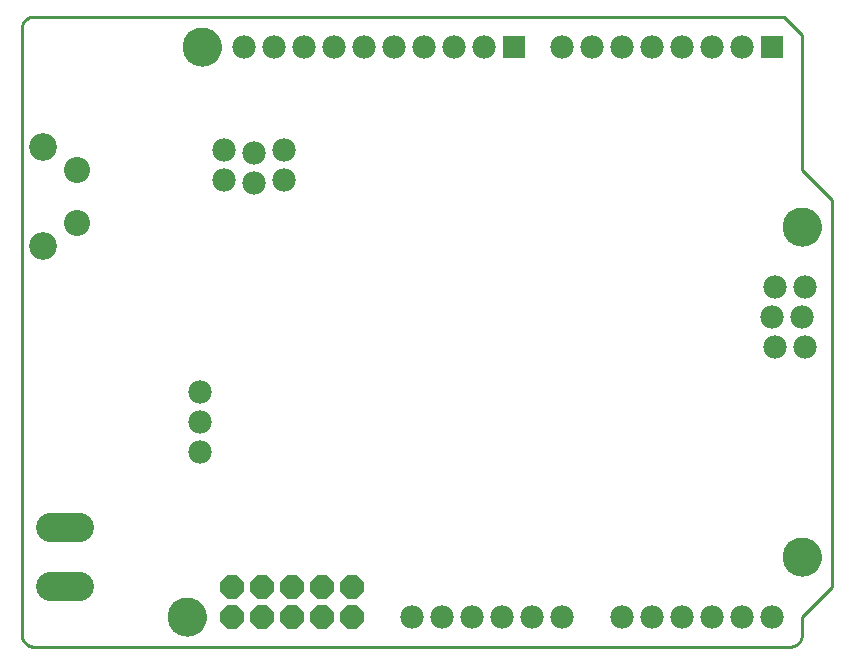
<source format=gbs>
G75*
%MOIN*%
%OFA0B0*%
%FSLAX25Y25*%
%IPPOS*%
%LPD*%
%AMOC8*
5,1,8,0,0,1.08239X$1,22.5*
%
%ADD10C,0.01000*%
%ADD11C,0.00000*%
%ADD12C,0.12998*%
%ADD13C,0.07800*%
%ADD14R,0.07800X0.07800*%
%ADD15C,0.08697*%
%ADD16C,0.09258*%
%ADD17C,0.03746*%
%ADD18OC8,0.07800*%
%ADD19C,0.09770*%
D10*
X0024473Y0009437D02*
X0024473Y0211563D01*
X0024475Y0211687D01*
X0024481Y0211810D01*
X0024490Y0211934D01*
X0024504Y0212056D01*
X0024521Y0212179D01*
X0024543Y0212301D01*
X0024568Y0212422D01*
X0024597Y0212542D01*
X0024629Y0212661D01*
X0024666Y0212780D01*
X0024706Y0212897D01*
X0024749Y0213012D01*
X0024797Y0213127D01*
X0024848Y0213239D01*
X0024902Y0213350D01*
X0024960Y0213460D01*
X0025021Y0213567D01*
X0025086Y0213673D01*
X0025154Y0213776D01*
X0025225Y0213877D01*
X0025299Y0213976D01*
X0025376Y0214073D01*
X0025457Y0214167D01*
X0025540Y0214258D01*
X0025626Y0214347D01*
X0025715Y0214433D01*
X0025806Y0214516D01*
X0025900Y0214597D01*
X0025997Y0214674D01*
X0026096Y0214748D01*
X0026197Y0214819D01*
X0026300Y0214887D01*
X0026406Y0214952D01*
X0026513Y0215013D01*
X0026623Y0215071D01*
X0026734Y0215125D01*
X0026846Y0215176D01*
X0026961Y0215224D01*
X0027076Y0215267D01*
X0027193Y0215307D01*
X0027312Y0215344D01*
X0027431Y0215376D01*
X0027551Y0215405D01*
X0027672Y0215430D01*
X0027794Y0215452D01*
X0027917Y0215469D01*
X0028039Y0215483D01*
X0028163Y0215492D01*
X0028286Y0215498D01*
X0028410Y0215500D01*
X0278473Y0215500D01*
X0284473Y0209500D01*
X0284473Y0164500D01*
X0294473Y0154500D01*
X0294473Y0025500D01*
X0284473Y0015500D01*
X0284473Y0009437D01*
X0284471Y0009313D01*
X0284465Y0009190D01*
X0284456Y0009066D01*
X0284442Y0008944D01*
X0284425Y0008821D01*
X0284403Y0008699D01*
X0284378Y0008578D01*
X0284349Y0008458D01*
X0284317Y0008339D01*
X0284280Y0008220D01*
X0284240Y0008103D01*
X0284197Y0007988D01*
X0284149Y0007873D01*
X0284098Y0007761D01*
X0284044Y0007650D01*
X0283986Y0007540D01*
X0283925Y0007433D01*
X0283860Y0007327D01*
X0283792Y0007224D01*
X0283721Y0007123D01*
X0283647Y0007024D01*
X0283570Y0006927D01*
X0283489Y0006833D01*
X0283406Y0006742D01*
X0283320Y0006653D01*
X0283231Y0006567D01*
X0283140Y0006484D01*
X0283046Y0006403D01*
X0282949Y0006326D01*
X0282850Y0006252D01*
X0282749Y0006181D01*
X0282646Y0006113D01*
X0282540Y0006048D01*
X0282433Y0005987D01*
X0282323Y0005929D01*
X0282212Y0005875D01*
X0282100Y0005824D01*
X0281985Y0005776D01*
X0281870Y0005733D01*
X0281753Y0005693D01*
X0281634Y0005656D01*
X0281515Y0005624D01*
X0281395Y0005595D01*
X0281274Y0005570D01*
X0281152Y0005548D01*
X0281029Y0005531D01*
X0280907Y0005517D01*
X0280783Y0005508D01*
X0280660Y0005502D01*
X0280536Y0005500D01*
X0028410Y0005500D01*
X0028286Y0005502D01*
X0028163Y0005508D01*
X0028039Y0005517D01*
X0027917Y0005531D01*
X0027794Y0005548D01*
X0027672Y0005570D01*
X0027551Y0005595D01*
X0027431Y0005624D01*
X0027312Y0005656D01*
X0027193Y0005693D01*
X0027076Y0005733D01*
X0026961Y0005776D01*
X0026846Y0005824D01*
X0026734Y0005875D01*
X0026623Y0005929D01*
X0026513Y0005987D01*
X0026406Y0006048D01*
X0026300Y0006113D01*
X0026197Y0006181D01*
X0026096Y0006252D01*
X0025997Y0006326D01*
X0025900Y0006403D01*
X0025806Y0006484D01*
X0025715Y0006567D01*
X0025626Y0006653D01*
X0025540Y0006742D01*
X0025457Y0006833D01*
X0025376Y0006927D01*
X0025299Y0007024D01*
X0025225Y0007123D01*
X0025154Y0007224D01*
X0025086Y0007327D01*
X0025021Y0007433D01*
X0024960Y0007540D01*
X0024902Y0007650D01*
X0024848Y0007761D01*
X0024797Y0007873D01*
X0024749Y0007988D01*
X0024706Y0008103D01*
X0024666Y0008220D01*
X0024629Y0008339D01*
X0024597Y0008458D01*
X0024568Y0008578D01*
X0024543Y0008699D01*
X0024521Y0008821D01*
X0024504Y0008944D01*
X0024490Y0009066D01*
X0024481Y0009190D01*
X0024475Y0009313D01*
X0024473Y0009437D01*
D11*
X0073174Y0015500D02*
X0073176Y0015658D01*
X0073182Y0015816D01*
X0073192Y0015974D01*
X0073206Y0016132D01*
X0073224Y0016289D01*
X0073245Y0016446D01*
X0073271Y0016602D01*
X0073301Y0016758D01*
X0073334Y0016913D01*
X0073372Y0017066D01*
X0073413Y0017219D01*
X0073458Y0017371D01*
X0073507Y0017522D01*
X0073560Y0017671D01*
X0073616Y0017819D01*
X0073676Y0017965D01*
X0073740Y0018110D01*
X0073808Y0018253D01*
X0073879Y0018395D01*
X0073953Y0018535D01*
X0074031Y0018672D01*
X0074113Y0018808D01*
X0074197Y0018942D01*
X0074286Y0019073D01*
X0074377Y0019202D01*
X0074472Y0019329D01*
X0074569Y0019454D01*
X0074670Y0019576D01*
X0074774Y0019695D01*
X0074881Y0019812D01*
X0074991Y0019926D01*
X0075104Y0020037D01*
X0075219Y0020146D01*
X0075337Y0020251D01*
X0075458Y0020353D01*
X0075581Y0020453D01*
X0075707Y0020549D01*
X0075835Y0020642D01*
X0075965Y0020732D01*
X0076098Y0020818D01*
X0076233Y0020902D01*
X0076369Y0020981D01*
X0076508Y0021058D01*
X0076649Y0021130D01*
X0076791Y0021200D01*
X0076935Y0021265D01*
X0077081Y0021327D01*
X0077228Y0021385D01*
X0077377Y0021440D01*
X0077527Y0021491D01*
X0077678Y0021538D01*
X0077830Y0021581D01*
X0077983Y0021620D01*
X0078138Y0021656D01*
X0078293Y0021687D01*
X0078449Y0021715D01*
X0078605Y0021739D01*
X0078762Y0021759D01*
X0078920Y0021775D01*
X0079077Y0021787D01*
X0079236Y0021795D01*
X0079394Y0021799D01*
X0079552Y0021799D01*
X0079710Y0021795D01*
X0079869Y0021787D01*
X0080026Y0021775D01*
X0080184Y0021759D01*
X0080341Y0021739D01*
X0080497Y0021715D01*
X0080653Y0021687D01*
X0080808Y0021656D01*
X0080963Y0021620D01*
X0081116Y0021581D01*
X0081268Y0021538D01*
X0081419Y0021491D01*
X0081569Y0021440D01*
X0081718Y0021385D01*
X0081865Y0021327D01*
X0082011Y0021265D01*
X0082155Y0021200D01*
X0082297Y0021130D01*
X0082438Y0021058D01*
X0082577Y0020981D01*
X0082713Y0020902D01*
X0082848Y0020818D01*
X0082981Y0020732D01*
X0083111Y0020642D01*
X0083239Y0020549D01*
X0083365Y0020453D01*
X0083488Y0020353D01*
X0083609Y0020251D01*
X0083727Y0020146D01*
X0083842Y0020037D01*
X0083955Y0019926D01*
X0084065Y0019812D01*
X0084172Y0019695D01*
X0084276Y0019576D01*
X0084377Y0019454D01*
X0084474Y0019329D01*
X0084569Y0019202D01*
X0084660Y0019073D01*
X0084749Y0018942D01*
X0084833Y0018808D01*
X0084915Y0018672D01*
X0084993Y0018535D01*
X0085067Y0018395D01*
X0085138Y0018253D01*
X0085206Y0018110D01*
X0085270Y0017965D01*
X0085330Y0017819D01*
X0085386Y0017671D01*
X0085439Y0017522D01*
X0085488Y0017371D01*
X0085533Y0017219D01*
X0085574Y0017066D01*
X0085612Y0016913D01*
X0085645Y0016758D01*
X0085675Y0016602D01*
X0085701Y0016446D01*
X0085722Y0016289D01*
X0085740Y0016132D01*
X0085754Y0015974D01*
X0085764Y0015816D01*
X0085770Y0015658D01*
X0085772Y0015500D01*
X0085770Y0015342D01*
X0085764Y0015184D01*
X0085754Y0015026D01*
X0085740Y0014868D01*
X0085722Y0014711D01*
X0085701Y0014554D01*
X0085675Y0014398D01*
X0085645Y0014242D01*
X0085612Y0014087D01*
X0085574Y0013934D01*
X0085533Y0013781D01*
X0085488Y0013629D01*
X0085439Y0013478D01*
X0085386Y0013329D01*
X0085330Y0013181D01*
X0085270Y0013035D01*
X0085206Y0012890D01*
X0085138Y0012747D01*
X0085067Y0012605D01*
X0084993Y0012465D01*
X0084915Y0012328D01*
X0084833Y0012192D01*
X0084749Y0012058D01*
X0084660Y0011927D01*
X0084569Y0011798D01*
X0084474Y0011671D01*
X0084377Y0011546D01*
X0084276Y0011424D01*
X0084172Y0011305D01*
X0084065Y0011188D01*
X0083955Y0011074D01*
X0083842Y0010963D01*
X0083727Y0010854D01*
X0083609Y0010749D01*
X0083488Y0010647D01*
X0083365Y0010547D01*
X0083239Y0010451D01*
X0083111Y0010358D01*
X0082981Y0010268D01*
X0082848Y0010182D01*
X0082713Y0010098D01*
X0082577Y0010019D01*
X0082438Y0009942D01*
X0082297Y0009870D01*
X0082155Y0009800D01*
X0082011Y0009735D01*
X0081865Y0009673D01*
X0081718Y0009615D01*
X0081569Y0009560D01*
X0081419Y0009509D01*
X0081268Y0009462D01*
X0081116Y0009419D01*
X0080963Y0009380D01*
X0080808Y0009344D01*
X0080653Y0009313D01*
X0080497Y0009285D01*
X0080341Y0009261D01*
X0080184Y0009241D01*
X0080026Y0009225D01*
X0079869Y0009213D01*
X0079710Y0009205D01*
X0079552Y0009201D01*
X0079394Y0009201D01*
X0079236Y0009205D01*
X0079077Y0009213D01*
X0078920Y0009225D01*
X0078762Y0009241D01*
X0078605Y0009261D01*
X0078449Y0009285D01*
X0078293Y0009313D01*
X0078138Y0009344D01*
X0077983Y0009380D01*
X0077830Y0009419D01*
X0077678Y0009462D01*
X0077527Y0009509D01*
X0077377Y0009560D01*
X0077228Y0009615D01*
X0077081Y0009673D01*
X0076935Y0009735D01*
X0076791Y0009800D01*
X0076649Y0009870D01*
X0076508Y0009942D01*
X0076369Y0010019D01*
X0076233Y0010098D01*
X0076098Y0010182D01*
X0075965Y0010268D01*
X0075835Y0010358D01*
X0075707Y0010451D01*
X0075581Y0010547D01*
X0075458Y0010647D01*
X0075337Y0010749D01*
X0075219Y0010854D01*
X0075104Y0010963D01*
X0074991Y0011074D01*
X0074881Y0011188D01*
X0074774Y0011305D01*
X0074670Y0011424D01*
X0074569Y0011546D01*
X0074472Y0011671D01*
X0074377Y0011798D01*
X0074286Y0011927D01*
X0074197Y0012058D01*
X0074113Y0012192D01*
X0074031Y0012328D01*
X0073953Y0012465D01*
X0073879Y0012605D01*
X0073808Y0012747D01*
X0073740Y0012890D01*
X0073676Y0013035D01*
X0073616Y0013181D01*
X0073560Y0013329D01*
X0073507Y0013478D01*
X0073458Y0013629D01*
X0073413Y0013781D01*
X0073372Y0013934D01*
X0073334Y0014087D01*
X0073301Y0014242D01*
X0073271Y0014398D01*
X0073245Y0014554D01*
X0073224Y0014711D01*
X0073206Y0014868D01*
X0073192Y0015026D01*
X0073182Y0015184D01*
X0073176Y0015342D01*
X0073174Y0015500D01*
X0041218Y0146740D02*
X0041220Y0146821D01*
X0041226Y0146903D01*
X0041236Y0146984D01*
X0041250Y0147064D01*
X0041267Y0147143D01*
X0041289Y0147222D01*
X0041314Y0147299D01*
X0041343Y0147376D01*
X0041376Y0147450D01*
X0041413Y0147523D01*
X0041452Y0147594D01*
X0041496Y0147663D01*
X0041542Y0147730D01*
X0041592Y0147794D01*
X0041645Y0147856D01*
X0041701Y0147916D01*
X0041759Y0147972D01*
X0041821Y0148026D01*
X0041885Y0148077D01*
X0041951Y0148124D01*
X0042019Y0148168D01*
X0042090Y0148209D01*
X0042162Y0148246D01*
X0042237Y0148280D01*
X0042312Y0148310D01*
X0042390Y0148336D01*
X0042468Y0148359D01*
X0042547Y0148377D01*
X0042627Y0148392D01*
X0042708Y0148403D01*
X0042789Y0148410D01*
X0042871Y0148413D01*
X0042952Y0148412D01*
X0043033Y0148407D01*
X0043114Y0148398D01*
X0043195Y0148385D01*
X0043275Y0148368D01*
X0043353Y0148348D01*
X0043431Y0148323D01*
X0043508Y0148295D01*
X0043583Y0148263D01*
X0043656Y0148228D01*
X0043727Y0148189D01*
X0043797Y0148146D01*
X0043864Y0148101D01*
X0043930Y0148052D01*
X0043992Y0148000D01*
X0044052Y0147944D01*
X0044109Y0147886D01*
X0044164Y0147826D01*
X0044215Y0147762D01*
X0044263Y0147697D01*
X0044308Y0147629D01*
X0044350Y0147559D01*
X0044388Y0147487D01*
X0044423Y0147413D01*
X0044454Y0147338D01*
X0044481Y0147261D01*
X0044504Y0147183D01*
X0044524Y0147104D01*
X0044540Y0147024D01*
X0044552Y0146943D01*
X0044560Y0146862D01*
X0044564Y0146781D01*
X0044564Y0146699D01*
X0044560Y0146618D01*
X0044552Y0146537D01*
X0044540Y0146456D01*
X0044524Y0146376D01*
X0044504Y0146297D01*
X0044481Y0146219D01*
X0044454Y0146142D01*
X0044423Y0146067D01*
X0044388Y0145993D01*
X0044350Y0145921D01*
X0044308Y0145851D01*
X0044263Y0145783D01*
X0044215Y0145718D01*
X0044164Y0145654D01*
X0044109Y0145594D01*
X0044052Y0145536D01*
X0043992Y0145480D01*
X0043930Y0145428D01*
X0043864Y0145379D01*
X0043797Y0145334D01*
X0043728Y0145291D01*
X0043656Y0145252D01*
X0043583Y0145217D01*
X0043508Y0145185D01*
X0043431Y0145157D01*
X0043353Y0145132D01*
X0043275Y0145112D01*
X0043195Y0145095D01*
X0043114Y0145082D01*
X0043033Y0145073D01*
X0042952Y0145068D01*
X0042871Y0145067D01*
X0042789Y0145070D01*
X0042708Y0145077D01*
X0042627Y0145088D01*
X0042547Y0145103D01*
X0042468Y0145121D01*
X0042390Y0145144D01*
X0042312Y0145170D01*
X0042237Y0145200D01*
X0042162Y0145234D01*
X0042090Y0145271D01*
X0042019Y0145312D01*
X0041951Y0145356D01*
X0041885Y0145403D01*
X0041821Y0145454D01*
X0041759Y0145508D01*
X0041701Y0145564D01*
X0041645Y0145624D01*
X0041592Y0145686D01*
X0041542Y0145750D01*
X0041496Y0145817D01*
X0041452Y0145886D01*
X0041413Y0145957D01*
X0041376Y0146030D01*
X0041343Y0146104D01*
X0041314Y0146181D01*
X0041289Y0146258D01*
X0041267Y0146337D01*
X0041250Y0146416D01*
X0041236Y0146496D01*
X0041226Y0146577D01*
X0041220Y0146659D01*
X0041218Y0146740D01*
X0041218Y0164260D02*
X0041220Y0164341D01*
X0041226Y0164423D01*
X0041236Y0164504D01*
X0041250Y0164584D01*
X0041267Y0164663D01*
X0041289Y0164742D01*
X0041314Y0164819D01*
X0041343Y0164896D01*
X0041376Y0164970D01*
X0041413Y0165043D01*
X0041452Y0165114D01*
X0041496Y0165183D01*
X0041542Y0165250D01*
X0041592Y0165314D01*
X0041645Y0165376D01*
X0041701Y0165436D01*
X0041759Y0165492D01*
X0041821Y0165546D01*
X0041885Y0165597D01*
X0041951Y0165644D01*
X0042019Y0165688D01*
X0042090Y0165729D01*
X0042162Y0165766D01*
X0042237Y0165800D01*
X0042312Y0165830D01*
X0042390Y0165856D01*
X0042468Y0165879D01*
X0042547Y0165897D01*
X0042627Y0165912D01*
X0042708Y0165923D01*
X0042789Y0165930D01*
X0042871Y0165933D01*
X0042952Y0165932D01*
X0043033Y0165927D01*
X0043114Y0165918D01*
X0043195Y0165905D01*
X0043275Y0165888D01*
X0043353Y0165868D01*
X0043431Y0165843D01*
X0043508Y0165815D01*
X0043583Y0165783D01*
X0043656Y0165748D01*
X0043727Y0165709D01*
X0043797Y0165666D01*
X0043864Y0165621D01*
X0043930Y0165572D01*
X0043992Y0165520D01*
X0044052Y0165464D01*
X0044109Y0165406D01*
X0044164Y0165346D01*
X0044215Y0165282D01*
X0044263Y0165217D01*
X0044308Y0165149D01*
X0044350Y0165079D01*
X0044388Y0165007D01*
X0044423Y0164933D01*
X0044454Y0164858D01*
X0044481Y0164781D01*
X0044504Y0164703D01*
X0044524Y0164624D01*
X0044540Y0164544D01*
X0044552Y0164463D01*
X0044560Y0164382D01*
X0044564Y0164301D01*
X0044564Y0164219D01*
X0044560Y0164138D01*
X0044552Y0164057D01*
X0044540Y0163976D01*
X0044524Y0163896D01*
X0044504Y0163817D01*
X0044481Y0163739D01*
X0044454Y0163662D01*
X0044423Y0163587D01*
X0044388Y0163513D01*
X0044350Y0163441D01*
X0044308Y0163371D01*
X0044263Y0163303D01*
X0044215Y0163238D01*
X0044164Y0163174D01*
X0044109Y0163114D01*
X0044052Y0163056D01*
X0043992Y0163000D01*
X0043930Y0162948D01*
X0043864Y0162899D01*
X0043797Y0162854D01*
X0043728Y0162811D01*
X0043656Y0162772D01*
X0043583Y0162737D01*
X0043508Y0162705D01*
X0043431Y0162677D01*
X0043353Y0162652D01*
X0043275Y0162632D01*
X0043195Y0162615D01*
X0043114Y0162602D01*
X0043033Y0162593D01*
X0042952Y0162588D01*
X0042871Y0162587D01*
X0042789Y0162590D01*
X0042708Y0162597D01*
X0042627Y0162608D01*
X0042547Y0162623D01*
X0042468Y0162641D01*
X0042390Y0162664D01*
X0042312Y0162690D01*
X0042237Y0162720D01*
X0042162Y0162754D01*
X0042090Y0162791D01*
X0042019Y0162832D01*
X0041951Y0162876D01*
X0041885Y0162923D01*
X0041821Y0162974D01*
X0041759Y0163028D01*
X0041701Y0163084D01*
X0041645Y0163144D01*
X0041592Y0163206D01*
X0041542Y0163270D01*
X0041496Y0163337D01*
X0041452Y0163406D01*
X0041413Y0163477D01*
X0041376Y0163550D01*
X0041343Y0163624D01*
X0041314Y0163701D01*
X0041289Y0163778D01*
X0041267Y0163857D01*
X0041250Y0163936D01*
X0041236Y0164016D01*
X0041226Y0164097D01*
X0041220Y0164179D01*
X0041218Y0164260D01*
X0078174Y0205500D02*
X0078176Y0205658D01*
X0078182Y0205816D01*
X0078192Y0205974D01*
X0078206Y0206132D01*
X0078224Y0206289D01*
X0078245Y0206446D01*
X0078271Y0206602D01*
X0078301Y0206758D01*
X0078334Y0206913D01*
X0078372Y0207066D01*
X0078413Y0207219D01*
X0078458Y0207371D01*
X0078507Y0207522D01*
X0078560Y0207671D01*
X0078616Y0207819D01*
X0078676Y0207965D01*
X0078740Y0208110D01*
X0078808Y0208253D01*
X0078879Y0208395D01*
X0078953Y0208535D01*
X0079031Y0208672D01*
X0079113Y0208808D01*
X0079197Y0208942D01*
X0079286Y0209073D01*
X0079377Y0209202D01*
X0079472Y0209329D01*
X0079569Y0209454D01*
X0079670Y0209576D01*
X0079774Y0209695D01*
X0079881Y0209812D01*
X0079991Y0209926D01*
X0080104Y0210037D01*
X0080219Y0210146D01*
X0080337Y0210251D01*
X0080458Y0210353D01*
X0080581Y0210453D01*
X0080707Y0210549D01*
X0080835Y0210642D01*
X0080965Y0210732D01*
X0081098Y0210818D01*
X0081233Y0210902D01*
X0081369Y0210981D01*
X0081508Y0211058D01*
X0081649Y0211130D01*
X0081791Y0211200D01*
X0081935Y0211265D01*
X0082081Y0211327D01*
X0082228Y0211385D01*
X0082377Y0211440D01*
X0082527Y0211491D01*
X0082678Y0211538D01*
X0082830Y0211581D01*
X0082983Y0211620D01*
X0083138Y0211656D01*
X0083293Y0211687D01*
X0083449Y0211715D01*
X0083605Y0211739D01*
X0083762Y0211759D01*
X0083920Y0211775D01*
X0084077Y0211787D01*
X0084236Y0211795D01*
X0084394Y0211799D01*
X0084552Y0211799D01*
X0084710Y0211795D01*
X0084869Y0211787D01*
X0085026Y0211775D01*
X0085184Y0211759D01*
X0085341Y0211739D01*
X0085497Y0211715D01*
X0085653Y0211687D01*
X0085808Y0211656D01*
X0085963Y0211620D01*
X0086116Y0211581D01*
X0086268Y0211538D01*
X0086419Y0211491D01*
X0086569Y0211440D01*
X0086718Y0211385D01*
X0086865Y0211327D01*
X0087011Y0211265D01*
X0087155Y0211200D01*
X0087297Y0211130D01*
X0087438Y0211058D01*
X0087577Y0210981D01*
X0087713Y0210902D01*
X0087848Y0210818D01*
X0087981Y0210732D01*
X0088111Y0210642D01*
X0088239Y0210549D01*
X0088365Y0210453D01*
X0088488Y0210353D01*
X0088609Y0210251D01*
X0088727Y0210146D01*
X0088842Y0210037D01*
X0088955Y0209926D01*
X0089065Y0209812D01*
X0089172Y0209695D01*
X0089276Y0209576D01*
X0089377Y0209454D01*
X0089474Y0209329D01*
X0089569Y0209202D01*
X0089660Y0209073D01*
X0089749Y0208942D01*
X0089833Y0208808D01*
X0089915Y0208672D01*
X0089993Y0208535D01*
X0090067Y0208395D01*
X0090138Y0208253D01*
X0090206Y0208110D01*
X0090270Y0207965D01*
X0090330Y0207819D01*
X0090386Y0207671D01*
X0090439Y0207522D01*
X0090488Y0207371D01*
X0090533Y0207219D01*
X0090574Y0207066D01*
X0090612Y0206913D01*
X0090645Y0206758D01*
X0090675Y0206602D01*
X0090701Y0206446D01*
X0090722Y0206289D01*
X0090740Y0206132D01*
X0090754Y0205974D01*
X0090764Y0205816D01*
X0090770Y0205658D01*
X0090772Y0205500D01*
X0090770Y0205342D01*
X0090764Y0205184D01*
X0090754Y0205026D01*
X0090740Y0204868D01*
X0090722Y0204711D01*
X0090701Y0204554D01*
X0090675Y0204398D01*
X0090645Y0204242D01*
X0090612Y0204087D01*
X0090574Y0203934D01*
X0090533Y0203781D01*
X0090488Y0203629D01*
X0090439Y0203478D01*
X0090386Y0203329D01*
X0090330Y0203181D01*
X0090270Y0203035D01*
X0090206Y0202890D01*
X0090138Y0202747D01*
X0090067Y0202605D01*
X0089993Y0202465D01*
X0089915Y0202328D01*
X0089833Y0202192D01*
X0089749Y0202058D01*
X0089660Y0201927D01*
X0089569Y0201798D01*
X0089474Y0201671D01*
X0089377Y0201546D01*
X0089276Y0201424D01*
X0089172Y0201305D01*
X0089065Y0201188D01*
X0088955Y0201074D01*
X0088842Y0200963D01*
X0088727Y0200854D01*
X0088609Y0200749D01*
X0088488Y0200647D01*
X0088365Y0200547D01*
X0088239Y0200451D01*
X0088111Y0200358D01*
X0087981Y0200268D01*
X0087848Y0200182D01*
X0087713Y0200098D01*
X0087577Y0200019D01*
X0087438Y0199942D01*
X0087297Y0199870D01*
X0087155Y0199800D01*
X0087011Y0199735D01*
X0086865Y0199673D01*
X0086718Y0199615D01*
X0086569Y0199560D01*
X0086419Y0199509D01*
X0086268Y0199462D01*
X0086116Y0199419D01*
X0085963Y0199380D01*
X0085808Y0199344D01*
X0085653Y0199313D01*
X0085497Y0199285D01*
X0085341Y0199261D01*
X0085184Y0199241D01*
X0085026Y0199225D01*
X0084869Y0199213D01*
X0084710Y0199205D01*
X0084552Y0199201D01*
X0084394Y0199201D01*
X0084236Y0199205D01*
X0084077Y0199213D01*
X0083920Y0199225D01*
X0083762Y0199241D01*
X0083605Y0199261D01*
X0083449Y0199285D01*
X0083293Y0199313D01*
X0083138Y0199344D01*
X0082983Y0199380D01*
X0082830Y0199419D01*
X0082678Y0199462D01*
X0082527Y0199509D01*
X0082377Y0199560D01*
X0082228Y0199615D01*
X0082081Y0199673D01*
X0081935Y0199735D01*
X0081791Y0199800D01*
X0081649Y0199870D01*
X0081508Y0199942D01*
X0081369Y0200019D01*
X0081233Y0200098D01*
X0081098Y0200182D01*
X0080965Y0200268D01*
X0080835Y0200358D01*
X0080707Y0200451D01*
X0080581Y0200547D01*
X0080458Y0200647D01*
X0080337Y0200749D01*
X0080219Y0200854D01*
X0080104Y0200963D01*
X0079991Y0201074D01*
X0079881Y0201188D01*
X0079774Y0201305D01*
X0079670Y0201424D01*
X0079569Y0201546D01*
X0079472Y0201671D01*
X0079377Y0201798D01*
X0079286Y0201927D01*
X0079197Y0202058D01*
X0079113Y0202192D01*
X0079031Y0202328D01*
X0078953Y0202465D01*
X0078879Y0202605D01*
X0078808Y0202747D01*
X0078740Y0202890D01*
X0078676Y0203035D01*
X0078616Y0203181D01*
X0078560Y0203329D01*
X0078507Y0203478D01*
X0078458Y0203629D01*
X0078413Y0203781D01*
X0078372Y0203934D01*
X0078334Y0204087D01*
X0078301Y0204242D01*
X0078271Y0204398D01*
X0078245Y0204554D01*
X0078224Y0204711D01*
X0078206Y0204868D01*
X0078192Y0205026D01*
X0078182Y0205184D01*
X0078176Y0205342D01*
X0078174Y0205500D01*
X0278174Y0145500D02*
X0278176Y0145658D01*
X0278182Y0145816D01*
X0278192Y0145974D01*
X0278206Y0146132D01*
X0278224Y0146289D01*
X0278245Y0146446D01*
X0278271Y0146602D01*
X0278301Y0146758D01*
X0278334Y0146913D01*
X0278372Y0147066D01*
X0278413Y0147219D01*
X0278458Y0147371D01*
X0278507Y0147522D01*
X0278560Y0147671D01*
X0278616Y0147819D01*
X0278676Y0147965D01*
X0278740Y0148110D01*
X0278808Y0148253D01*
X0278879Y0148395D01*
X0278953Y0148535D01*
X0279031Y0148672D01*
X0279113Y0148808D01*
X0279197Y0148942D01*
X0279286Y0149073D01*
X0279377Y0149202D01*
X0279472Y0149329D01*
X0279569Y0149454D01*
X0279670Y0149576D01*
X0279774Y0149695D01*
X0279881Y0149812D01*
X0279991Y0149926D01*
X0280104Y0150037D01*
X0280219Y0150146D01*
X0280337Y0150251D01*
X0280458Y0150353D01*
X0280581Y0150453D01*
X0280707Y0150549D01*
X0280835Y0150642D01*
X0280965Y0150732D01*
X0281098Y0150818D01*
X0281233Y0150902D01*
X0281369Y0150981D01*
X0281508Y0151058D01*
X0281649Y0151130D01*
X0281791Y0151200D01*
X0281935Y0151265D01*
X0282081Y0151327D01*
X0282228Y0151385D01*
X0282377Y0151440D01*
X0282527Y0151491D01*
X0282678Y0151538D01*
X0282830Y0151581D01*
X0282983Y0151620D01*
X0283138Y0151656D01*
X0283293Y0151687D01*
X0283449Y0151715D01*
X0283605Y0151739D01*
X0283762Y0151759D01*
X0283920Y0151775D01*
X0284077Y0151787D01*
X0284236Y0151795D01*
X0284394Y0151799D01*
X0284552Y0151799D01*
X0284710Y0151795D01*
X0284869Y0151787D01*
X0285026Y0151775D01*
X0285184Y0151759D01*
X0285341Y0151739D01*
X0285497Y0151715D01*
X0285653Y0151687D01*
X0285808Y0151656D01*
X0285963Y0151620D01*
X0286116Y0151581D01*
X0286268Y0151538D01*
X0286419Y0151491D01*
X0286569Y0151440D01*
X0286718Y0151385D01*
X0286865Y0151327D01*
X0287011Y0151265D01*
X0287155Y0151200D01*
X0287297Y0151130D01*
X0287438Y0151058D01*
X0287577Y0150981D01*
X0287713Y0150902D01*
X0287848Y0150818D01*
X0287981Y0150732D01*
X0288111Y0150642D01*
X0288239Y0150549D01*
X0288365Y0150453D01*
X0288488Y0150353D01*
X0288609Y0150251D01*
X0288727Y0150146D01*
X0288842Y0150037D01*
X0288955Y0149926D01*
X0289065Y0149812D01*
X0289172Y0149695D01*
X0289276Y0149576D01*
X0289377Y0149454D01*
X0289474Y0149329D01*
X0289569Y0149202D01*
X0289660Y0149073D01*
X0289749Y0148942D01*
X0289833Y0148808D01*
X0289915Y0148672D01*
X0289993Y0148535D01*
X0290067Y0148395D01*
X0290138Y0148253D01*
X0290206Y0148110D01*
X0290270Y0147965D01*
X0290330Y0147819D01*
X0290386Y0147671D01*
X0290439Y0147522D01*
X0290488Y0147371D01*
X0290533Y0147219D01*
X0290574Y0147066D01*
X0290612Y0146913D01*
X0290645Y0146758D01*
X0290675Y0146602D01*
X0290701Y0146446D01*
X0290722Y0146289D01*
X0290740Y0146132D01*
X0290754Y0145974D01*
X0290764Y0145816D01*
X0290770Y0145658D01*
X0290772Y0145500D01*
X0290770Y0145342D01*
X0290764Y0145184D01*
X0290754Y0145026D01*
X0290740Y0144868D01*
X0290722Y0144711D01*
X0290701Y0144554D01*
X0290675Y0144398D01*
X0290645Y0144242D01*
X0290612Y0144087D01*
X0290574Y0143934D01*
X0290533Y0143781D01*
X0290488Y0143629D01*
X0290439Y0143478D01*
X0290386Y0143329D01*
X0290330Y0143181D01*
X0290270Y0143035D01*
X0290206Y0142890D01*
X0290138Y0142747D01*
X0290067Y0142605D01*
X0289993Y0142465D01*
X0289915Y0142328D01*
X0289833Y0142192D01*
X0289749Y0142058D01*
X0289660Y0141927D01*
X0289569Y0141798D01*
X0289474Y0141671D01*
X0289377Y0141546D01*
X0289276Y0141424D01*
X0289172Y0141305D01*
X0289065Y0141188D01*
X0288955Y0141074D01*
X0288842Y0140963D01*
X0288727Y0140854D01*
X0288609Y0140749D01*
X0288488Y0140647D01*
X0288365Y0140547D01*
X0288239Y0140451D01*
X0288111Y0140358D01*
X0287981Y0140268D01*
X0287848Y0140182D01*
X0287713Y0140098D01*
X0287577Y0140019D01*
X0287438Y0139942D01*
X0287297Y0139870D01*
X0287155Y0139800D01*
X0287011Y0139735D01*
X0286865Y0139673D01*
X0286718Y0139615D01*
X0286569Y0139560D01*
X0286419Y0139509D01*
X0286268Y0139462D01*
X0286116Y0139419D01*
X0285963Y0139380D01*
X0285808Y0139344D01*
X0285653Y0139313D01*
X0285497Y0139285D01*
X0285341Y0139261D01*
X0285184Y0139241D01*
X0285026Y0139225D01*
X0284869Y0139213D01*
X0284710Y0139205D01*
X0284552Y0139201D01*
X0284394Y0139201D01*
X0284236Y0139205D01*
X0284077Y0139213D01*
X0283920Y0139225D01*
X0283762Y0139241D01*
X0283605Y0139261D01*
X0283449Y0139285D01*
X0283293Y0139313D01*
X0283138Y0139344D01*
X0282983Y0139380D01*
X0282830Y0139419D01*
X0282678Y0139462D01*
X0282527Y0139509D01*
X0282377Y0139560D01*
X0282228Y0139615D01*
X0282081Y0139673D01*
X0281935Y0139735D01*
X0281791Y0139800D01*
X0281649Y0139870D01*
X0281508Y0139942D01*
X0281369Y0140019D01*
X0281233Y0140098D01*
X0281098Y0140182D01*
X0280965Y0140268D01*
X0280835Y0140358D01*
X0280707Y0140451D01*
X0280581Y0140547D01*
X0280458Y0140647D01*
X0280337Y0140749D01*
X0280219Y0140854D01*
X0280104Y0140963D01*
X0279991Y0141074D01*
X0279881Y0141188D01*
X0279774Y0141305D01*
X0279670Y0141424D01*
X0279569Y0141546D01*
X0279472Y0141671D01*
X0279377Y0141798D01*
X0279286Y0141927D01*
X0279197Y0142058D01*
X0279113Y0142192D01*
X0279031Y0142328D01*
X0278953Y0142465D01*
X0278879Y0142605D01*
X0278808Y0142747D01*
X0278740Y0142890D01*
X0278676Y0143035D01*
X0278616Y0143181D01*
X0278560Y0143329D01*
X0278507Y0143478D01*
X0278458Y0143629D01*
X0278413Y0143781D01*
X0278372Y0143934D01*
X0278334Y0144087D01*
X0278301Y0144242D01*
X0278271Y0144398D01*
X0278245Y0144554D01*
X0278224Y0144711D01*
X0278206Y0144868D01*
X0278192Y0145026D01*
X0278182Y0145184D01*
X0278176Y0145342D01*
X0278174Y0145500D01*
X0278174Y0035500D02*
X0278176Y0035658D01*
X0278182Y0035816D01*
X0278192Y0035974D01*
X0278206Y0036132D01*
X0278224Y0036289D01*
X0278245Y0036446D01*
X0278271Y0036602D01*
X0278301Y0036758D01*
X0278334Y0036913D01*
X0278372Y0037066D01*
X0278413Y0037219D01*
X0278458Y0037371D01*
X0278507Y0037522D01*
X0278560Y0037671D01*
X0278616Y0037819D01*
X0278676Y0037965D01*
X0278740Y0038110D01*
X0278808Y0038253D01*
X0278879Y0038395D01*
X0278953Y0038535D01*
X0279031Y0038672D01*
X0279113Y0038808D01*
X0279197Y0038942D01*
X0279286Y0039073D01*
X0279377Y0039202D01*
X0279472Y0039329D01*
X0279569Y0039454D01*
X0279670Y0039576D01*
X0279774Y0039695D01*
X0279881Y0039812D01*
X0279991Y0039926D01*
X0280104Y0040037D01*
X0280219Y0040146D01*
X0280337Y0040251D01*
X0280458Y0040353D01*
X0280581Y0040453D01*
X0280707Y0040549D01*
X0280835Y0040642D01*
X0280965Y0040732D01*
X0281098Y0040818D01*
X0281233Y0040902D01*
X0281369Y0040981D01*
X0281508Y0041058D01*
X0281649Y0041130D01*
X0281791Y0041200D01*
X0281935Y0041265D01*
X0282081Y0041327D01*
X0282228Y0041385D01*
X0282377Y0041440D01*
X0282527Y0041491D01*
X0282678Y0041538D01*
X0282830Y0041581D01*
X0282983Y0041620D01*
X0283138Y0041656D01*
X0283293Y0041687D01*
X0283449Y0041715D01*
X0283605Y0041739D01*
X0283762Y0041759D01*
X0283920Y0041775D01*
X0284077Y0041787D01*
X0284236Y0041795D01*
X0284394Y0041799D01*
X0284552Y0041799D01*
X0284710Y0041795D01*
X0284869Y0041787D01*
X0285026Y0041775D01*
X0285184Y0041759D01*
X0285341Y0041739D01*
X0285497Y0041715D01*
X0285653Y0041687D01*
X0285808Y0041656D01*
X0285963Y0041620D01*
X0286116Y0041581D01*
X0286268Y0041538D01*
X0286419Y0041491D01*
X0286569Y0041440D01*
X0286718Y0041385D01*
X0286865Y0041327D01*
X0287011Y0041265D01*
X0287155Y0041200D01*
X0287297Y0041130D01*
X0287438Y0041058D01*
X0287577Y0040981D01*
X0287713Y0040902D01*
X0287848Y0040818D01*
X0287981Y0040732D01*
X0288111Y0040642D01*
X0288239Y0040549D01*
X0288365Y0040453D01*
X0288488Y0040353D01*
X0288609Y0040251D01*
X0288727Y0040146D01*
X0288842Y0040037D01*
X0288955Y0039926D01*
X0289065Y0039812D01*
X0289172Y0039695D01*
X0289276Y0039576D01*
X0289377Y0039454D01*
X0289474Y0039329D01*
X0289569Y0039202D01*
X0289660Y0039073D01*
X0289749Y0038942D01*
X0289833Y0038808D01*
X0289915Y0038672D01*
X0289993Y0038535D01*
X0290067Y0038395D01*
X0290138Y0038253D01*
X0290206Y0038110D01*
X0290270Y0037965D01*
X0290330Y0037819D01*
X0290386Y0037671D01*
X0290439Y0037522D01*
X0290488Y0037371D01*
X0290533Y0037219D01*
X0290574Y0037066D01*
X0290612Y0036913D01*
X0290645Y0036758D01*
X0290675Y0036602D01*
X0290701Y0036446D01*
X0290722Y0036289D01*
X0290740Y0036132D01*
X0290754Y0035974D01*
X0290764Y0035816D01*
X0290770Y0035658D01*
X0290772Y0035500D01*
X0290770Y0035342D01*
X0290764Y0035184D01*
X0290754Y0035026D01*
X0290740Y0034868D01*
X0290722Y0034711D01*
X0290701Y0034554D01*
X0290675Y0034398D01*
X0290645Y0034242D01*
X0290612Y0034087D01*
X0290574Y0033934D01*
X0290533Y0033781D01*
X0290488Y0033629D01*
X0290439Y0033478D01*
X0290386Y0033329D01*
X0290330Y0033181D01*
X0290270Y0033035D01*
X0290206Y0032890D01*
X0290138Y0032747D01*
X0290067Y0032605D01*
X0289993Y0032465D01*
X0289915Y0032328D01*
X0289833Y0032192D01*
X0289749Y0032058D01*
X0289660Y0031927D01*
X0289569Y0031798D01*
X0289474Y0031671D01*
X0289377Y0031546D01*
X0289276Y0031424D01*
X0289172Y0031305D01*
X0289065Y0031188D01*
X0288955Y0031074D01*
X0288842Y0030963D01*
X0288727Y0030854D01*
X0288609Y0030749D01*
X0288488Y0030647D01*
X0288365Y0030547D01*
X0288239Y0030451D01*
X0288111Y0030358D01*
X0287981Y0030268D01*
X0287848Y0030182D01*
X0287713Y0030098D01*
X0287577Y0030019D01*
X0287438Y0029942D01*
X0287297Y0029870D01*
X0287155Y0029800D01*
X0287011Y0029735D01*
X0286865Y0029673D01*
X0286718Y0029615D01*
X0286569Y0029560D01*
X0286419Y0029509D01*
X0286268Y0029462D01*
X0286116Y0029419D01*
X0285963Y0029380D01*
X0285808Y0029344D01*
X0285653Y0029313D01*
X0285497Y0029285D01*
X0285341Y0029261D01*
X0285184Y0029241D01*
X0285026Y0029225D01*
X0284869Y0029213D01*
X0284710Y0029205D01*
X0284552Y0029201D01*
X0284394Y0029201D01*
X0284236Y0029205D01*
X0284077Y0029213D01*
X0283920Y0029225D01*
X0283762Y0029241D01*
X0283605Y0029261D01*
X0283449Y0029285D01*
X0283293Y0029313D01*
X0283138Y0029344D01*
X0282983Y0029380D01*
X0282830Y0029419D01*
X0282678Y0029462D01*
X0282527Y0029509D01*
X0282377Y0029560D01*
X0282228Y0029615D01*
X0282081Y0029673D01*
X0281935Y0029735D01*
X0281791Y0029800D01*
X0281649Y0029870D01*
X0281508Y0029942D01*
X0281369Y0030019D01*
X0281233Y0030098D01*
X0281098Y0030182D01*
X0280965Y0030268D01*
X0280835Y0030358D01*
X0280707Y0030451D01*
X0280581Y0030547D01*
X0280458Y0030647D01*
X0280337Y0030749D01*
X0280219Y0030854D01*
X0280104Y0030963D01*
X0279991Y0031074D01*
X0279881Y0031188D01*
X0279774Y0031305D01*
X0279670Y0031424D01*
X0279569Y0031546D01*
X0279472Y0031671D01*
X0279377Y0031798D01*
X0279286Y0031927D01*
X0279197Y0032058D01*
X0279113Y0032192D01*
X0279031Y0032328D01*
X0278953Y0032465D01*
X0278879Y0032605D01*
X0278808Y0032747D01*
X0278740Y0032890D01*
X0278676Y0033035D01*
X0278616Y0033181D01*
X0278560Y0033329D01*
X0278507Y0033478D01*
X0278458Y0033629D01*
X0278413Y0033781D01*
X0278372Y0033934D01*
X0278334Y0034087D01*
X0278301Y0034242D01*
X0278271Y0034398D01*
X0278245Y0034554D01*
X0278224Y0034711D01*
X0278206Y0034868D01*
X0278192Y0035026D01*
X0278182Y0035184D01*
X0278176Y0035342D01*
X0278174Y0035500D01*
D12*
X0284473Y0035500D03*
X0284473Y0145500D03*
X0084473Y0205500D03*
X0079473Y0015500D03*
D13*
X0083973Y0070500D03*
X0083973Y0080500D03*
X0083973Y0090500D03*
X0091973Y0161000D03*
X0101973Y0160000D03*
X0111973Y0161000D03*
X0101973Y0170000D03*
X0091973Y0171000D03*
X0111973Y0171000D03*
X0108473Y0205500D03*
X0098473Y0205500D03*
X0118473Y0205500D03*
X0128473Y0205500D03*
X0138473Y0205500D03*
X0148473Y0205500D03*
X0158473Y0205500D03*
X0168473Y0205500D03*
X0178473Y0205500D03*
X0204473Y0205500D03*
X0214473Y0205500D03*
X0224473Y0205500D03*
X0234473Y0205500D03*
X0244473Y0205500D03*
X0254473Y0205500D03*
X0264473Y0205500D03*
X0275473Y0125500D03*
X0285473Y0125500D03*
X0284473Y0115500D03*
X0274473Y0115500D03*
X0275473Y0105500D03*
X0285473Y0105500D03*
X0274473Y0015500D03*
X0264473Y0015500D03*
X0254473Y0015500D03*
X0244473Y0015500D03*
X0234473Y0015500D03*
X0224473Y0015500D03*
X0204473Y0015500D03*
X0194473Y0015500D03*
X0184473Y0015500D03*
X0174473Y0015500D03*
X0164473Y0015500D03*
X0154473Y0015500D03*
D14*
X0188473Y0205500D03*
X0274473Y0205500D03*
D15*
X0042891Y0164260D03*
X0042891Y0146740D03*
D16*
X0031473Y0139063D03*
X0031473Y0171937D03*
D17*
X0042891Y0164260D03*
X0042891Y0146740D03*
D18*
X0094473Y0025500D03*
X0094473Y0015500D03*
X0104473Y0015500D03*
X0114473Y0015500D03*
X0114473Y0025500D03*
X0104473Y0025500D03*
X0124473Y0025500D03*
X0134473Y0025500D03*
X0134473Y0015500D03*
X0124473Y0015500D03*
D19*
X0043387Y0025657D02*
X0034017Y0025657D01*
X0034017Y0045343D02*
X0043387Y0045343D01*
M02*

</source>
